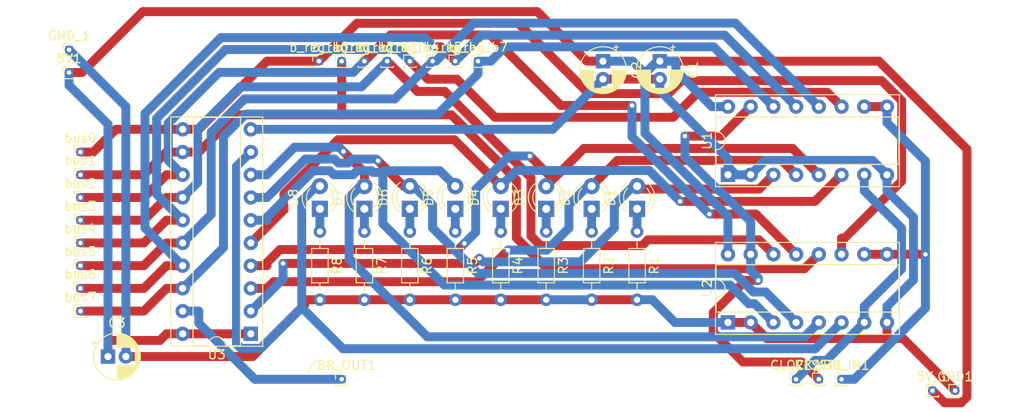
<source format=kicad_pcb>
(kicad_pcb (version 20221018) (generator pcbnew)
  (layers (0 "F.Cu" signal) (31 "B.Cu" signal) (34 "B.Paste" user) (35 "F.Paste" user) (36 "B.SilkS" user "B.Silkscreen") (37 "F.SilkS" user "F.Silkscreen") (38 "B.Mask" user) (39 "F.Mask" user) (44 "Edge.Cuts" user))
  (net 0 "")
  (net 1 "Net-(D5-K)")
  (net 2 "Net-(D4-K)")
  (net 3 "Net-(D3-K)")
  (net 4 "Net-(D2-K)")
  (net 5 "Net-(D1-K)")
  (net 6 "Net-(D8-K)")
  (net 7 "Net-(D7-K)")
  (net 8 "Net-(D6-K)")
  (net 9 "+5V")
  (net 10 "Net-(D1-A)")
  (net 11 "Net-(D2-A)")
  (net 12 "Net-(D3-A)")
  (net 13 "Net-(D4-A)")
  (net 14 "Net-(D5-A)")
  (net 15 "Net-(D6-A)")
  (net 16 "Net-(D7-A)")
  (net 17 "Net-(D8-A)")
  (net 18 "Net-(/BR_OUT1-Pin_1)")
  (net 19 "Net-(CLOCK1-Pin_1)")
  (net 20 "Net-(/BR_IN1-Pin_1)")
  (net 21 "Net-(RESET1-Pin_1)")
  (net 22 "b_reg_b0")
  (net 23 "b_reg_b1")
  (net 24 "b_reg_b2")
  (net 25 "b_reg_b3")
  (net 26 "b_reg_b4")
  (net 27 "b_reg_b5")
  (net 28 "b_reg_b6")
  (net 29 "b_reg_b7")
  (net 30 "Earth")
  (footprint "Connector_PinHeader_1.00mm:PinHeader_1x01_P1.00mm_Vertical" (layer "F.Cu") (at 146.05 78.74)
    (fp_text reference "b_reg_b7")
    (fp_text value "Conn_01x01_Female")
  )
  (footprint "Connector_PinHeader_1.00mm:PinHeader_1x01_P1.00mm_Vertical" (layer "F.Cu") (at 101.6 91.44)
    (fp_text reference "bus1")
    (fp_text value "Conn_01x01_Female")
  )
  (footprint "LED_THT:LED_D3.0mm" (layer "F.Cu") (at 143.51 95.25 90)
    (fp_text reference "D5")
    (fp_text value "LED")
  )
  (footprint "LED_THT:LED_D3.0mm" (layer "F.Cu") (at 133.35 95.25 90)
    (fp_text reference "D7")
    (fp_text value "LED")
  )
  (footprint "Connector_PinHeader_1.00mm:PinHeader_1x01_P1.00mm_Vertical" (layer "F.Cu") (at 140.97 78.74)
    (fp_text reference "b_reg_b5")
    (fp_text value "Conn_01x01_Female")
  )
  (footprint "Connector_PinHeader_1.00mm:PinHeader_1x01_P1.00mm_Vertical" (layer "F.Cu") (at 181.61 114.3)
    (fp_text reference "CLOCK1")
    (fp_text value "Conn_01x01_Female")
  )
  (footprint "Connector_PinHeader_1.00mm:PinHeader_1x01_P1.00mm_Vertical" (layer "F.Cu") (at 101.6 106.68)
    (fp_text reference "bus7")
    (fp_text value "Conn_01x01_Female")
  )
  (footprint "Connector_PinHeader_1.00mm:PinHeader_1x01_P1.00mm_Vertical" (layer "F.Cu") (at 101.6 104.14)
    (fp_text reference "bus6")
    (fp_text value "Conn_01x01_Female")
  )
  (footprint "Resistor_THT:R_Axial_DIN0204_L3.6mm_D1.6mm_P7.62mm_Horizontal" (layer "F.Cu") (at 138.43 97.79 -90)
    (fp_text reference "R6")
    (fp_text value "470")
  )
  (footprint "Connector_PinHeader_1.00mm:PinHeader_1x01_P1.00mm_Vertical" (layer "F.Cu") (at 135.89 78.74)
    (fp_text reference "b_reg_b3")
    (fp_text value "Conn_01x01_Female")
  )
  (footprint "Capacitor_THT:CP_Radial_D5.0mm_P2.00mm" (layer "F.Cu") (at 166.37 78.74 -90)
    (fp_text reference "C1")
    (fp_text value "100nF 63V poliester")
  )
  (footprint "Resistor_THT:R_Axial_DIN0204_L3.6mm_D1.6mm_P7.62mm_Horizontal" (layer "F.Cu") (at 153.67 97.79 -90)
    (fp_text reference "R3")
    (fp_text value "470")
  )
  (footprint "Package_DIP:DIP-20_W7.62mm_Socket" (layer "F.Cu") (at 120.65 109.22 180)
    (fp_text reference "U3")
    (fp_text value "74LS245")
  )
  (footprint "Connector_PinHeader_1.00mm:PinHeader_1x01_P1.00mm_Vertical" (layer "F.Cu") (at 101.6 99.06)
    (fp_text reference "bus4")
    (fp_text value "Conn_01x01_Female")
  )
  (footprint "Connector_PinHeader_1.00mm:PinHeader_1x01_P1.00mm_Vertical" (layer "F.Cu") (at 130.81 78.74)
    (fp_text reference "b_reg_b1")
    (fp_text value "Conn_01x01_Female")
  )
  (footprint "Resistor_THT:R_Axial_DIN0204_L3.6mm_D1.6mm_P7.62mm_Horizontal" (layer "F.Cu") (at 133.35 97.79 -90)
    (fp_text reference "R7")
    (fp_text value "470")
  )
  (footprint "Connector_PinHeader_1.00mm:PinHeader_1x01_P1.00mm_Vertical" (layer "F.Cu") (at 199.39 115.57)
    (fp_text reference "GND1")
    (fp_text value "Conn_01x01_Female")
  )
  (footprint "Resistor_THT:R_Axial_DIN0204_L3.6mm_D1.6mm_P7.62mm_Horizontal" (layer "F.Cu") (at 148.59 97.79 -90)
    (fp_text reference "R4")
    (fp_text value "470")
  )
  (footprint "Connector_PinHeader_1.00mm:PinHeader_1x01_P1.00mm_Vertical" (layer "F.Cu") (at 101.6 96.52)
    (fp_text reference "bus3")
    (fp_text value "Conn_01x01_Female")
  )
  (footprint "LED_THT:LED_D3.0mm" (layer "F.Cu") (at 163.83 95.25 90)
    (fp_text reference "D1")
    (fp_text value "LED")
  )
  (footprint "Capacitor_THT:CP_Radial_D5.0mm_P2.00mm" (layer "F.Cu") (at 104.68 111.76)
    (fp_text reference "C3")
    (fp_text value "100nF 63V poliester")
  )
  (footprint "Connector_PinHeader_1.00mm:PinHeader_1x01_P1.00mm_Vertical" (layer "F.Cu") (at 101.6 93.98)
    (fp_text reference "bus2")
    (fp_text value "Conn_01x01_Female")
  )
  (footprint "Resistor_THT:R_Axial_DIN0204_L3.6mm_D1.6mm_P7.62mm_Horizontal" (layer "F.Cu") (at 163.83 97.79 -90)
    (fp_text reference "R1")
    (fp_text value "470")
  )
  (footprint "Connector_PinHeader_1.00mm:PinHeader_1x01_P1.00mm_Vertical" (layer "F.Cu") (at 101.6 88.9)
    (fp_text reference "bus0")
    (fp_text value "Conn_01x01_Female")
  )
  (footprint "Connector_PinHeader_1.00mm:PinHeader_1x01_P1.00mm_Vertical" (layer "F.Cu") (at 130.81 114.3)
    (fp_text reference "/BR_OUT1")
    (fp_text value "Conn_01x01_Female")
  )
  (footprint "LED_THT:LED_D3.0mm" (layer "F.Cu") (at 138.43 95.25 90)
    (fp_text reference "D6")
    (fp_text value "LED")
  )
  (footprint "Connector_PinHeader_1.00mm:PinHeader_1x01_P1.00mm_Vertical" (layer "F.Cu") (at 133.35 78.74)
    (fp_text reference "b_reg_b2")
    (fp_text value "Conn_01x01_Female")
  )
  (footprint "Connector_PinHeader_1.00mm:PinHeader_1x01_P1.00mm_Vertical" (layer "F.Cu") (at 196.85 115.57)
    (fp_text reference "5V_1")
    (fp_text value "Conn_01x01_Female")
  )
  (footprint "Connector_PinHeader_1.00mm:PinHeader_1x01_P1.00mm_Vertical" (layer "F.Cu") (at 184.15 114.3)
    (fp_text reference "RESET1")
    (fp_text value "Conn_01x01_Female")
  )
  (footprint "Package_DIP:DIP-16_W7.62mm_Socket" (layer "F.Cu") (at 173.99 107.95 90)
    (fp_text reference "U2")
    (fp_text value "74LS173")
  )
  (footprint "LED_THT:LED_D3.0mm" (layer "F.Cu") (at 148.59 95.25 90)
    (fp_text reference "D4")
    (fp_text value "LED")
  )
  (footprint "Resistor_THT:R_Axial_DIN0204_L3.6mm_D1.6mm_P7.62mm_Horizontal" (layer "F.Cu") (at 128.3731 97.79 -90)
    (fp_text reference "R8")
    (fp_text value "470")
  )
  (footprint "Connector_PinHeader_1.00mm:PinHeader_1x01_P1.00mm_Vertical" (layer "F.Cu") (at 128.27 78.74)
    (fp_text reference "b_reg_b0")
    (fp_text value "Conn_01x01_Female")
  )
  (footprint "Package_DIP:DIP-16_W7.62mm_Socket" (layer "F.Cu") (at 173.99 91.44 90)
    (fp_text reference "U1")
    (fp_text value "74LS173")
  )
  (footprint "Resistor_THT:R_Axial_DIN0204_L3.6mm_D1.6mm_P7.62mm_Horizontal" (layer "F.Cu") (at 143.51 97.79 -90)
    (fp_text reference "R5")
    (fp_text value "470")
  )
  (footprint "Connector_PinHeader_1.00mm:PinHeader_1x01_P1.00mm_Vertical" (layer "F.Cu") (at 100.33 77.47)
    (fp_text reference "GND_1")
    (fp_text value "Conn_01x01_Female")
  )
  (footprint "Connector_PinHeader_1.00mm:PinHeader_1x01_P1.00mm_Vertical" (layer "F.Cu") (at 100.33 80.01)
    (fp_text reference "5V1")
    (fp_text value "Conn_01x01_Female")
  )
  (footprint "Connector_PinHeader_1.00mm:PinHeader_1x01_P1.00mm_Vertical" (layer "F.Cu") (at 138.43 78.74)
    (fp_text reference "b_reg_b4")
    (fp_text value "Conn_01x01_Female")
  )
  (footprint "LED_THT:LED_D3.0mm" (layer "F.Cu") (at 153.67 95.25 90)
    (fp_text reference "D3")
    (fp_text value "LED")
  )
  (footprint "Connector_PinHeader_1.00mm:PinHeader_1x01_P1.00mm_Vertical" (layer "F.Cu") (at 143.51 78.74)
    (fp_text reference "b_reg_b6")
    (fp_text value "Conn_01x01_Female")
  )
  (footprint "LED_THT:LED_D3.0mm" (layer "F.Cu") (at 128.3731 95.25 90)
    (fp_text reference "D8")
    (fp_text value "LED")
  )
  (footprint "LED_THT:LED_D3.0mm" (layer "F.Cu") (at 158.75 95.25 90)
    (fp_text reference "D2")
    (fp_text value "LED")
  )
  (footprint "Resistor_THT:R_Axial_DIN0204_L3.6mm_D1.6mm_P7.62mm_Horizontal" (layer "F.Cu") (at 158.75 97.79 -90)
    (fp_text reference "R2")
    (fp_text value "470")
  )
  (footprint "Capacitor_THT:CP_Radial_D5.0mm_P2.00mm" (layer "F.Cu") (at 160.02 78.74 -90)
    (fp_text reference "C2")
    (fp_text value "100nF 63V poliester")
  )
  (footprint "Connector_PinHeader_1.00mm:PinHeader_1x01_P1.00mm_Vertical" (layer "F.Cu") (at 101.6 101.6)
    (fp_text reference "bus5")
    (fp_text value "Conn_01x01_Female")
  )
  (footprint "Connector_PinHeader_1.00mm:PinHeader_1x01_P1.00mm_Vertical" (layer "F.Cu") (at 186.69 114.3)
    (fp_text reference "/BR_IN1")
    (fp_text value "Conn_01x01_Female")
  )
  (segment (start 143.51 97.79) (end 143.51 95.25) (width 1) (layer "B.Cu") (net 1))
  (segment (start 148.59 97.79) (end 148.59 95.25) (width 1) (layer "B.Cu") (net 2))
  (segment (start 153.67 97.79) (end 153.67 95.25) (width 1) (layer "B.Cu") (net 3))
  (segment (start 158.75 97.79) (end 158.75 95.25) (width 1) (layer "B.Cu") (net 4))
  (segment (start 163.83 97.79) (end 163.83 95.25) (width 1) (layer "B.Cu") (net 5))
  (segment (start 128.3731 97.79) (end 128.3731 95.25) (width 1) (layer "B.Cu") (net 6))
  (segment (start 133.35 97.79) (end 133.35 95.25) (width 1) (layer "B.Cu") (net 7))
  (segment (start 138.43 97.79) (end 138.43 95.25) (width 1) (layer "B.Cu") (net 8))
  (segment (start 110.49 109.96) (end 111.23 109.22) (width 1) (layer "F.Cu") (net 9))
  (segment (start 190.8686 78.74) (end 200.7103 88.5817) (width 1) (layer "F.Cu") (net 9))
  (segment (start 158.22 78.74) (end 152.6814 73.2014) (width 1) (layer "F.Cu") (net 9))
  (segment (start 104.68 109.96) (end 110.49 109.96) (width 1) (layer "F.Cu") (net 9))
  (segment (start 100.33 80.01) (end 101.755 80.01) (width 1) (layer "F.Cu") (net 9))
  (segment (start 198.206 116.926) (end 196.85 115.57) (width 1) (layer "F.Cu") (net 9))
  (segment (start 120.65 109.22) (end 113.03 109.22) (width 1) (layer "F.Cu") (net 9))
  (segment (start 200.7103 116.2748) (end 200.0591 116.926) (width 1) (layer "F.Cu") (net 9))
  (segment (start 108.5636 73.2014) (end 101.755 80.01) (width 1) (layer "F.Cu") (net 9))
  (segment (start 166.37 78.74) (end 190.8686 78.74) (width 1) (layer "F.Cu") (net 9))
  (segment (start 200.0591 116.926) (end 198.206 116.926) (width 1) (layer "F.Cu") (net 9))
  (segment (start 200.7103 88.5817) (end 200.7103 116.2748) (width 1) (layer "F.Cu") (net 9))
  (segment (start 152.6814 73.2014) (end 108.5636 73.2014) (width 1) (layer "F.Cu") (net 9))
  (segment (start 160.02 78.74) (end 158.22 78.74) (width 1) (layer "F.Cu") (net 9))
  (segment (start 104.68 111.76) (end 104.68 109.96) (width 1) (layer "F.Cu") (net 9))
  (segment (start 113.03 109.22) (end 111.23 109.22) (width 1) (layer "F.Cu") (net 9))
  (segment (start 166.37 78.74) (end 168.17 78.74) (width 1) (layer "B.Cu") (net 9))
  (segment (start 173.99 98.53) (end 173.99 96.0717) (width 1) (layer "B.Cu") (net 9))
  (segment (start 164.7102 80.116) (end 163.3342 78.74) (width 1) (layer "B.Cu") (net 9))
  (segment (start 173.99 83.82) (end 172.19 83.82) (width 1) (layer "B.Cu") (net 9))
  (segment (start 164.7102 86.792) (end 164.7102 80.116) (width 1) (layer "B.Cu") (net 9))
  (segment (start 164.7102 80.116) (end 166.0862 78.74) (width 1) (layer "B.Cu") (net 9))
  (segment (start 173.9899 96.0717) (end 164.7102 86.792) (width 1) (layer "B.Cu") (net 9))
  (segment (start 104.68 85.785) (end 104.68 111.76) (width 1) (layer "B.Cu") (net 9))
  (segment (start 168.17 79.8) (end 172.19 83.82) (width 1) (layer "B.Cu") (net 9))
  (segment (start 166.0862 78.74) (end 166.37 78.74) (width 1) (layer "B.Cu") (net 9))
  (segment (start 100.33 81.435) (end 104.68 85.785) (width 1) (layer "B.Cu") (net 9))
  (segment (start 168.17 78.74) (end 168.17 79.8) (width 1) (layer "B.Cu") (net 9))
  (segment (start 173.99 100.33) (end 173.99 98.53) (width 1) (layer "B.Cu") (net 9))
  (segment (start 163.3342 78.74) (end 160.02 78.74) (width 1) (layer "B.Cu") (net 9))
  (segment (start 173.99 96.0717) (end 173.9899 96.0717) (width 1) (layer "B.Cu") (net 9))
  (segment (start 100.33 80.01) (end 100.33 81.435) (width 1) (layer "B.Cu") (net 9))
  (segment (start 164.1619 93.0419) (end 163.83 92.71) (width 1) (layer "F.Cu") (net 10))
  (segment (start 179.07 91.44) (end 177.4681 93.0419) (width 1) (layer "F.Cu") (net 10))
  (segment (start 145.6304 101.3504) (end 146.2034 100.7774) (width 1) (layer "F.Cu") (net 10))
  (segment (start 177.4681 93.0419) (end 164.1619 93.0419) (width 1) (layer "F.Cu") (net 10))
  (segment (start 124.2545 101.3504) (end 145.6304 101.3504) (width 1) (layer "F.Cu") (net 10))
  (via (at 146.2034 100.7774) (size 1) (drill 0.5) (layers "F.Cu" "B.Cu") (net 10))
  (via (at 124.2545 101.3504) (size 1) (drill 0.5) (layers "F.Cu" "B.Cu") (net 10))
  (segment (start 124.2545 101.3504) (end 124.2545 103.0755) (width 1) (layer "B.Cu") (net 10))
  (segment (start 146.5937 101.1677) (end 146.2034 100.7774) (width 1) (layer "B.Cu") (net 10))
  (segment (start 161.29 94.8249) (end 161.29 97.3852) (width 1) (layer "B.Cu") (net 10))
  (segment (start 124.2545 103.0755) (end 120.65 106.68) (width 1) (layer "B.Cu") (net 10))
  (segment (start 157.5075 101.1677) (end 146.5937 101.1677) (width 1) (layer "B.Cu") (net 10))
  (segment (start 163.83 92.71) (end 163.4049 92.71) (width 1) (layer "B.Cu") (net 10))
  (segment (start 163.4049 92.71) (end 161.29 94.8249) (width 1) (layer "B.Cu") (net 10))
  (segment (start 161.29 97.3852) (end 157.5075 101.1677) (width 1) (layer "B.Cu") (net 10))
  (segment (start 120.65 104.14) (end 122.45 104.14) (width 1) (layer "F.Cu") (net 11))
  (segment (start 180.0081 89.8381) (end 161.6219 89.8381) (width 1) (layer "F.Cu") (net 11))
  (segment (start 145.8808 103.3943) (end 149.4093 99.8658) (width 1) (layer "F.Cu") (net 11))
  (segment (start 123.1957 103.3943) (end 145.8808 103.3943) (width 1) (layer "F.Cu") (net 11))
  (segment (start 161.6219 89.8381) (end 158.75 92.71) (width 1) (layer "F.Cu") (net 11))
  (segment (start 122.45 104.14) (end 123.1957 103.3943) (width 1) (layer "F.Cu") (net 11))
  (segment (start 181.61 91.44) (end 180.0081 89.8381) (width 1) (layer "F.Cu") (net 11))
  (via (at 149.4093 99.8658) (size 1) (drill 0.5) (layers "F.Cu" "B.Cu") (net 11))
  (segment (start 153.7376 99.8658) (end 149.4093 99.8658) (width 1) (layer "B.Cu") (net 11))
  (segment (start 158.3249 92.71) (end 156.21 94.8249) (width 1) (layer "B.Cu") (net 11))
  (segment (start 158.75 92.71) (end 158.3249 92.71) (width 1) (layer "B.Cu") (net 11))
  (segment (start 156.21 94.8249) (end 156.21 97.3934) (width 1) (layer "B.Cu") (net 11))
  (segment (start 156.21 97.3934) (end 153.7376 99.8658) (width 1) (layer "B.Cu") (net 11))
  (segment (start 122.45 101.6) (end 122.45 101.2624) (width 1) (layer "F.Cu") (net 12))
  (segment (start 157.8797 88.5003) (end 154.4401 91.9399) (width 1) (layer "F.Cu") (net 12))
  (segment (start 184.15 91.44) (end 181.2103 88.5003) (width 1) (layer "F.Cu") (net 12))
  (segment (start 181.2103 88.5003) (end 157.8797 88.5003) (width 1) (layer "F.Cu") (net 12))
  (segment (start 123.9124 99.8) (end 143.8468 99.8) (width 1) (layer "F.Cu") (net 12))
  (segment (start 122.45 101.2624) (end 123.9124 99.8) (width 1) (layer "F.Cu") (net 12))
  (segment (start 154.4401 91.9399) (end 151.8468 89.3466) (width 1) (layer "F.Cu") (net 12))
  (segment (start 154.4401 91.9399) (end 153.67 92.71) (width 1) (layer "F.Cu") (net 12))
  (segment (start 143.8468 99.8) (end 144.5364 99.1104) (width 1) (layer "F.Cu") (net 12))
  (segment (start 120.65 101.6) (end 122.45 101.6) (width 1) (layer "F.Cu") (net 12))
  (via (at 144.5364 99.1104) (size 1) (drill 0.5) (layers "F.Cu" "B.Cu") (net 12))
  (via (at 151.8468 89.3466) (size 1) (drill 0.5) (layers "F.Cu" "B.Cu") (net 12))
  (segment (start 145.7884 97.8584) (end 144.5364 99.1104) (width 1) (layer "B.Cu") (net 12))
  (segment (start 145.7884 93.0806) (end 145.7884 97.8584) (width 1) (layer "B.Cu") (net 12))
  (segment (start 149.5224 89.3466) (end 145.7884 93.0806) (width 1) (layer "B.Cu") (net 12))
  (segment (start 151.8468 89.3466) (end 149.5224 89.3466) (width 1) (layer "B.Cu") (net 12))
  (segment (start 183.7149 94.4151) (end 168.6354 94.4151) (width 1) (layer "F.Cu") (net 13))
  (segment (start 148.59 92.71) (end 143.401 87.521) (width 1) (layer "F.Cu") (net 13))
  (segment (start 124.3592 93.5658) (end 124.3592 95.3508) (width 1) (layer "F.Cu") (net 13))
  (segment (start 124.3592 95.3508) (end 120.65 99.06) (width 1) (layer "F.Cu") (net 13))
  (segment (start 130.404 87.521) (end 124.3592 93.5658) (width 1) (layer "F.Cu") (net 13))
  (segment (start 186.69 91.44) (end 183.7149 94.4151) (width 1) (layer "F.Cu") (net 13))
  (segment (start 143.401 87.521) (end 130.404 87.521) (width 1) (layer "F.Cu") (net 13))
  (via (at 168.6354 94.4151) (size 1) (drill 0.5) (layers "F.Cu" "B.Cu") (net 13))
  (segment (start 168.6354 94.4151) (end 165.1796 90.9593) (width 1) (layer "B.Cu") (net 13))
  (segment (start 150.3407 90.9593) (end 148.59 92.71) (width 1) (layer "B.Cu") (net 13))
  (segment (start 165.1796 90.9593) (end 150.3407 90.9593) (width 1) (layer "B.Cu") (net 13))
  (segment (start 132.0726 91.4324) (end 132.5191 90.9859) (width 1) (layer "B.Cu") (net 14))
  (segment (start 176.9707 105.8507) (end 179.07 107.95) (width 1) (layer "B.Cu") (net 14))
  (segment (start 134.144 90.9859) (end 134.33 91.1719) (width 1) (layer "B.Cu") (net 14))
  (segment (start 127.6445 90.9859) (end 129.4688 90.9859) (width 1) (layer "B.Cu") (net 14))
  (segment (start 174.226 103.7715) (end 176.3052 105.8507) (width 1) (layer "B.Cu") (net 14))
  (segment (start 129.4688 90.9859) (end 129.9153 91.4324) (width 1) (layer "B.Cu") (net 14))
  (segment (start 176.3052 105.8507) (end 176.9707 105.8507) (width 1) (layer "B.Cu") (net 14))
  (segment (start 120.65 96.52) (end 122.45 96.52) (width 1) (layer "B.Cu") (net 14))
  (segment (start 142.2763 103.7715) (end 174.226 103.7715) (width 1) (layer "B.Cu") (net 14))
  (segment (start 135.5961 90.9844) (end 141.7844 90.9844) (width 1) (layer "B.Cu") (net 14))
  (segment (start 135.4086 91.1719) (end 135.4086 96.9038) (width 1) (layer "B.Cu") (net 14))
  (segment (start 129.9153 91.4324) (end 132.0726 91.4324) (width 1) (layer "B.Cu") (net 14))
  (segment (start 122.45 96.1804) (end 127.6445 90.9859) (width 1) (layer "B.Cu") (net 14))
  (segment (start 135.4086 96.9038) (end 142.2763 103.7715) (width 1) (layer "B.Cu") (net 14))
  (segment (start 141.7844 90.9844) (end 143.51 92.71) (width 1) (layer "B.Cu") (net 14))
  (segment (start 134.33 91.1719) (end 135.4086 91.1719) (width 1) (layer "B.Cu") (net 14))
  (segment (start 122.45 96.52) (end 122.45 96.1804) (width 1) (layer "B.Cu") (net 14))
  (segment (start 132.5191 90.9859) (end 134.144 90.9859) (width 1) (layer "B.Cu") (net 14))
  (segment (start 135.4086 91.1719) (end 135.5961 90.9844) (width 1) (layer "B.Cu") (net 14))
  (segment (start 134.8693 89.87) (end 137.7093 92.71) (width 1) (layer "F.Cu") (net 15))
  (segment (start 137.7093 92.71) (end 138.43 92.71) (width 1) (layer "F.Cu") (net 15))
  (via (at 134.8693 89.87) (size 1) (drill 0.5) (layers "F.Cu" "B.Cu") (net 15))
  (segment (start 130.4546 90.1305) (end 131.5333 90.1305) (width 1) (layer "B.Cu") (net 15))
  (segment (start 138.43 92.71) (end 138.8551 92.71) (width 1) (layer "B.Cu") (net 15))
  (segment (start 146.0544 102.4696) (end 174.7653 102.4696) (width 1) (layer "B.Cu") (net 15))
  (segment (start 134.6833 89.684) (end 134.8693 89.87) (width 1) (layer "B.Cu") (net 15))
  (segment (start 138.8551 92.71) (end 140.97 94.8249) (width 1) (layer "B.Cu") (net 15))
  (segment (start 126.746 89.684) (end 130.0081 89.684) (width 1) (layer "B.Cu") (net 15))
  (segment (start 131.9798 89.684) (end 134.6833 89.684) (width 1) (layer "B.Cu") (net 15))
  (segment (start 122.45 93.98) (end 126.746 89.684) (width 1) (layer "B.Cu") (net 15))
  (segment (start 174.7653 102.4696) (end 176.8445 104.5488) (width 1) (layer "B.Cu") (net 15))
  (segment (start 140.97 97.3852) (end 146.0544 102.4696) (width 1) (layer "B.Cu") (net 15))
  (segment (start 176.8445 104.5488) (end 178.2088 104.5488) (width 1) (layer "B.Cu") (net 15))
  (segment (start 120.65 93.98) (end 122.45 93.98) (width 1) (layer "B.Cu") (net 15))
  (segment (start 131.5333 90.1305) (end 131.9798 89.684) (width 1) (layer "B.Cu") (net 15))
  (segment (start 130.0081 89.684) (end 130.4546 90.1305) (width 1) (layer "B.Cu") (net 15))
  (segment (start 140.97 94.8249) (end 140.97 97.3852) (width 1) (layer "B.Cu") (net 15))
  (segment (start 178.2088 104.5488) (end 181.61 107.95) (width 1) (layer "B.Cu") (net 15))
  (segment (start 133.35 91.1847) (end 130.9939 88.8286) (width 1) (layer "F.Cu") (net 16))
  (segment (start 133.35 92.71) (end 133.35 91.1847) (width 1) (layer "F.Cu") (net 16))
  (via (at 130.9939 88.8286) (size 1) (drill 0.5) (layers "F.Cu" "B.Cu") (net 16))
  (segment (start 132.9026 92.71) (end 133.35 92.71) (width 1) (layer "B.Cu") (net 16))
  (segment (start 182.5481 109.5519) (end 140.3812 109.5519) (width 1) (layer "B.Cu") (net 16))
  (segment (start 184.15 107.95) (end 182.5481 109.5519) (width 1) (layer "B.Cu") (net 16))
  (segment (start 131.6442 93.9684) (end 132.9026 92.71) (width 1) (layer "B.Cu") (net 16))
  (segment (start 140.3812 109.5519) (end 131.6442 100.8149) (width 1) (layer "B.Cu") (net 16))
  (segment (start 130.9939 88.8286) (end 130.5282 88.3629) (width 1) (layer "B.Cu") (net 16))
  (segment (start 131.6442 100.8149) (end 131.6442 93.9684) (width 1) (layer "B.Cu") (net 16))
  (segment (start 130.5282 88.3629) (end 125.5271 88.3629) (width 1) (layer "B.Cu") (net 16))
  (segment (start 125.5271 88.3629) (end 122.45 91.44) (width 1) (layer "B.Cu") (net 16))
  (segment (start 120.65 91.44) (end 122.45 91.44) (width 1) (layer "B.Cu") (net 16))
  (segment (start 183.7551 110.8849) (end 130.9416 110.8849) (width 1) (layer "B.Cu") (net 17))
  (segment (start 121.7658 110.8525) (end 126.3375 106.2808) (width 1) (layer "B.Cu") (net 17))
  (segment (start 186.69 107.95) (end 183.7551 110.8849) (width 1) (layer "B.Cu") (net 17))
  (segment (start 130.9416 110.8849) (end 126.3375 106.2808) (width 1) (layer "B.Cu") (net 17))
  (segment (start 127.979 92.71) (end 128.3731 92.71) (width 1) (layer "B.Cu") (net 17))
  (segment (start 120.65 88.9) (end 119.047 90.503) (width 1) (layer "B.Cu") (net 17))
  (segment (start 126.3375 106.2808) (end 126.3375 94.3515) (width 1) (layer "B.Cu") (net 17))
  (segment (start 119.047 110.3517) (end 119.5478 110.8525) (width 1) (layer "B.Cu") (net 17))
  (segment (start 119.5478 110.8525) (end 121.7658 110.8525) (width 1) (layer "B.Cu") (net 17))
  (segment (start 126.3375 94.3515) (end 127.979 92.71) (width 1) (layer "B.Cu") (net 17))
  (segment (start 119.047 90.503) (end 119.047 110.3517) (width 1) (layer "B.Cu") (net 17))
  (segment (start 114.83 106.68) (end 114.83 108.03) (width 1) (layer "B.Cu") (net 18))
  (segment (start 113.03 106.68) (end 114.83 106.68) (width 1) (layer "B.Cu") (net 18))
  (segment (start 121.1 114.3) (end 130.81 114.3) (width 1) (layer "B.Cu") (net 18))
  (segment (start 114.83 108.03) (end 121.1 114.3) (width 1) (layer "B.Cu") (net 18))
  (segment (start 193.3993 97.4093) (end 193.3993 101.9807) (width 1) (layer "B.Cu") (net 19))
  (segment (start 183.7232 112.1868) (end 181.61 114.3) (width 1) (layer "B.Cu") (net 19))
  (segment (start 189.23 107.95) (end 184.9932 112.1868) (width 1) (layer "B.Cu") (net 19))
  (segment (start 189.23 107.3518) (end 189.23 107.95) (width 1) (layer "B.Cu") (net 19))
  (segment (start 193.3993 101.9807) (end 189.23 106.15) (width 1) (layer "B.Cu") (net 19))
  (segment (start 189.23 107.3518) (end 189.23 106.15) (width 1) (layer "B.Cu") (net 19))
  (segment (start 189.23 91.44) (end 189.23 93.24) (width 1) (layer "B.Cu") (net 19))
  (segment (start 184.9932 112.1868) (end 183.7232 112.1868) (width 1) (layer "B.Cu") (net 19))
  (segment (start 189.23 93.24) (end 193.3993 97.4093) (width 1) (layer "B.Cu") (net 19))
  (segment (start 189.23 100.33) (end 191.77 100.33) (width 1) (layer "F.Cu") (net 20))
  (segment (start 191.77 100.33) (end 196.0652 100.33) (width 1) (layer "F.Cu") (net 20))
  (segment (start 191.77 83.82) (end 189.23 83.82) (width 1) (layer "F.Cu") (net 20))
  (via (at 196.0652 100.33) (size 1) (drill 0.5) (layers "F.Cu" "B.Cu") (net 20))
  (segment (start 188.115 114.3) (end 196.0652 106.3498) (width 1) (layer "B.Cu") (net 20))
  (segment (start 191.77 85.62) (end 196.0652 89.9152) (width 1) (layer "B.Cu") (net 20))
  (segment (start 196.0652 106.3498) (end 196.0652 100.33) (width 1) (layer "B.Cu") (net 20))
  (segment (start 186.69 114.3) (end 188.115 114.3) (width 1) (layer "B.Cu") (net 20))
  (segment (start 196.0652 89.9152) (end 196.0652 100.33) (width 1) (layer "B.Cu") (net 20))
  (segment (start 191.77 83.82) (end 191.77 85.62) (width 1) (layer "B.Cu") (net 20))
  (segment (start 182.215 112.365) (end 184.15 114.3) (width 1) (layer "F.Cu") (net 21))
  (segment (start 176.53 83.82) (end 173.2309 87.1191) (width 1) (layer "F.Cu") (net 21))
  (segment (start 172.354 109.0659) (end 175.6531 112.365) (width 1) (layer "F.Cu") (net 21))
  (segment (start 172.354 106.8492) (end 172.354 109.0659) (width 1) (layer "F.Cu") (net 21))
  (segment (start 177.3795 103.2426) (end 175.9606 103.2426) (width 1) (layer "F.Cu") (net 21))
  (segment (start 175.6531 112.365) (end 182.215 112.365) (width 1) (layer "F.Cu") (net 21))
  (segment (start 173.2309 87.1191) (end 169.182 87.1191) (width 1) (layer "F.Cu") (net 21))
  (segment (start 175.9606 103.2426) (end 172.354 106.8492) (width 1) (layer "F.Cu") (net 21))
  (via (at 169.182 87.1191) (size 1) (drill 0.5) (layers "F.Cu" "B.Cu") (net 21))
  (via (at 177.3795 103.2426) (size 1) (drill 0.5) (layers "F.Cu" "B.Cu") (net 21))
  (segment (start 169.182 89.4227) (end 169.182 87.1191) (width 1) (layer "B.Cu") (net 21))
  (segment (start 177.3795 102.9795) (end 177.3795 103.2426) (width 1) (layer "B.Cu") (net 21))
  (segment (start 176.53 99.43) (end 176.53 98.53) (width 1) (layer "B.Cu") (net 21))
  (segment (start 172.9896 93.2303) (end 169.182 89.4227) (width 1) (layer "B.Cu") (net 21))
  (segment (start 176.53 102.13) (end 177.3795 102.9795) (width 1) (layer "B.Cu") (net 21))
  (segment (start 176.53 96.6662) (end 173.0941 93.2303) (width 1) (layer "B.Cu") (net 21))
  (segment (start 173.0941 93.2303) (end 172.9896 93.2303) (width 1) (layer "B.Cu") (net 21))
  (segment (start 176.53 98.53) (end 176.53 96.6662) (width 1) (layer "B.Cu") (net 21))
  (segment (start 176.53 99.43) (end 176.53 100.33) (width 1) (layer "B.Cu") (net 21))
  (segment (start 176.53 100.33) (end 176.53 102.13) (width 1) (layer "B.Cu") (net 21))
  (segment (start 132.5051 74.5049) (end 128.27 78.74) (width 1) (layer "F.Cu") (net 22))
  (segment (start 193.4126 92.1449) (end 193.4126 83.1584) (width 1) (layer "F.Cu") (net 22))
  (segment (start 191.1671 80.9129) (end 168.7932 80.9129) (width 1) (layer "F.Cu") (net 22))
  (segment (start 186.69 98.53) (end 187.0275 98.53) (width 1) (layer "F.Cu") (net 22))
  (segment (start 193.4126 83.1584) (end 191.1671 80.9129) (width 1) (layer "F.Cu") (net 22))
  (segment (start 105.565 86.36) (end 113.03 86.36) (width 1) (layer "F.Cu") (net 22))
  (segment (start 187.0275 98.53) (end 193.4126 92.1449) (width 1) (layer "F.Cu") (net 22))
  (segment (start 150.5592 74.5049) (end 132.5051 74.5049) (width 1) (layer "F.Cu") (net 22))
  (segment (start 168.7932 80.9129) (end 167.3408 82.3653) (width 1) (layer "F.Cu") (net 22))
  (segment (start 113.03 86.36) (end 114.83 86.36) (width 1) (layer "F.Cu") (net 22))
  (segment (start 167.3408 82.3653) (end 158.4196 82.3653) (width 1) (layer "F.Cu") (net 22))
  (segment (start 128.27 78.74) (end 122.45 78.74) (width 1) (layer "F.Cu") (net 22))
  (segment (start 122.45 78.74) (end 114.83 86.36) (width 1) (layer "F.Cu") (net 22))
  (segment (start 101.6 88.9) (end 103.025 88.9) (width 1) (layer "F.Cu") (net 22))
  (segment (start 158.4196 82.3653) (end 150.5592 74.5049) (width 1) (layer "F.Cu") (net 22))
  (segment (start 103.025 88.9) (end 105.565 86.36) (width 1) (layer "F.Cu") (net 22))
  (segment (start 186.69 100.33) (end 186.69 98.53) (width 1) (layer "F.Cu") (net 22))
  (segment (start 153.7858 101.9407) (end 150.3455 98.5004) (width 1) (layer "F.Cu") (net 23))
  (segment (start 182.5393 101.9407) (end 153.7858 101.9407) (width 1) (layer "F.Cu") (net 23))
  (segment (start 184.15 100.33) (end 182.5393 101.9407) (width 1) (layer "F.Cu") (net 23))
  (segment (start 130.81 84.738) (end 130.81 78.74) (width 1) (layer "F.Cu") (net 23))
  (segment (start 150.3455 92.0164) (end 143.0671 84.738) (width 1) (layer "F.Cu") (net 23))
  (segment (start 150.3455 98.5004) (end 150.3455 92.0164) (width 1) (layer "F.Cu") (net 23))
  (segment (start 111.23 88.9) (end 108.69 91.44) (width 1) (layer "F.Cu") (net 23))
  (segment (start 114.83 88.9) (end 118.992 84.738) (width 1) (layer "F.Cu") (net 23))
  (segment (start 143.0671 84.738) (end 130.81 84.738) (width 1) (layer "F.Cu") (net 23))
  (segment (start 108.69 91.44) (end 101.6 91.44) (width 1) (layer "F.Cu") (net 23))
  (segment (start 118.992 84.738) (end 130.81 84.738) (width 1) (layer "F.Cu") (net 23))
  (segment (start 113.03 88.9) (end 114.83 88.9) (width 1) (layer "F.Cu") (net 23))
  (segment (start 113.03 88.9) (end 111.23 88.9) (width 1) (layer "F.Cu") (net 23))
  (segment (start 155.3054 83.6907) (end 163.269 83.6907) (width 1) (layer "F.Cu") (net 24))
  (segment (start 133.35 78.74) (end 136.2818 75.8082) (width 1) (layer "F.Cu") (net 24))
  (segment (start 113.03 91.44) (end 111.23 91.44) (width 1) (layer "F.Cu") (net 24))
  (segment (start 108.69 93.98) (end 101.6 93.98) (width 1) (layer "F.Cu") (net 24))
  (segment (start 111.23 91.44) (end 108.69 93.98) (width 1) (layer "F.Cu") (net 24))
  (segment (start 177.1141 95.8341) (end 171.9111 95.8341) (width 1) (layer "F.Cu") (net 24))
  (segment (start 181.61 100.33) (end 177.1141 95.8341) (width 1) (layer "F.Cu") (net 24))
  (segment (start 147.4229 75.8082) (end 155.3054 83.6907) (width 1) (layer "F.Cu") (net 24))
  (segment (start 136.2818 75.8082) (end 147.4229 75.8082) (width 1) (layer "F.Cu") (net 24))
  (via (at 171.9111 95.8341) (size 1) (drill 0.5) (layers "F.Cu" "B.Cu") (net 24))
  (via (at 163.269 83.6907) (size 1) (drill 0.5) (layers "F.Cu" "B.Cu") (net 24))
  (segment (start 111.4209 89.8309) (end 111.4209 85.675) (width 1) (layer "B.Cu") (net 24))
  (segment (start 111.4209 85.675) (end 117.1061 79.9898) (width 1) (layer "B.Cu") (net 24))
  (segment (start 113.03 91.44) (end 111.4209 89.8309) (width 1) (layer "B.Cu") (net 24))
  (segment (start 171.9111 95.8341) (end 163.269 87.192) (width 1) (layer "B.Cu") (net 24))
  (segment (start 117.1061 79.9898) (end 132.1002 79.9898) (width 1) (layer "B.Cu") (net 24))
  (segment (start 132.1002 79.9898) (end 133.35 78.74) (width 1) (layer "B.Cu") (net 24))
  (segment (start 163.269 87.192) (end 163.269 83.6907) (width 1) (layer "B.Cu") (net 24))
  (segment (start 142.32 82.1237) (end 151.9681 91.7718) (width 1) (layer "F.Cu") (net 25))
  (segment (start 108.69 96.52) (end 101.6 96.52) (width 1) (layer "F.Cu") (net 25))
  (segment (start 165.0314 98.7127) (end 177.4527 98.7127) (width 1) (layer "F.Cu") (net 25))
  (segment (start 113.03 93.98) (end 111.23 93.98) (width 1) (layer "F.Cu") (net 25))
  (segment (start 177.4527 98.7127) (end 179.07 100.33) (width 1) (layer "F.Cu") (net 25))
  (segment (start 111.23 93.98) (end 108.69 96.52) (width 1) (layer "F.Cu") (net 25))
  (segment (start 151.9681 91.7718) (end 151.9681 98.2818) (width 1) (layer "F.Cu") (net 25))
  (segment (start 164.3864 99.3577) (end 165.0314 98.7127) (width 1) (layer "F.Cu") (net 25))
  (segment (start 139.2737 82.1237) (end 142.32 82.1237) (width 1) (layer "F.Cu") (net 25))
  (segment (start 151.9681 98.2818) (end 153.044 99.3577) (width 1) (layer "F.Cu") (net 25))
  (segment (start 135.89 78.74) (end 139.2737 82.1237) (width 1) (layer "F.Cu") (net 25))
  (segment (start 153.044 99.3577) (end 164.3864 99.3577) (width 1) (layer "F.Cu") (net 25))
  (segment (start 119.4562 81.6054) (end 133.0246 81.6054) (width 1) (layer "B.Cu") (net 25))
  (segment (start 113.03 93.98) (end 114.7043 92.3057) (width 1) (layer "B.Cu") (net 25))
  (segment (start 133.0246 81.6054) (end 135.89 78.74) (width 1) (layer "B.Cu") (net 25))
  (segment (start 114.7043 86.3573) (end 119.4562 81.6054) (width 1) (layer "B.Cu") (net 25))
  (segment (start 114.7043 92.3057) (end 114.7043 86.3573) (width 1) (layer "B.Cu") (net 25))
  (segment (start 170.6555 82.2172) (end 167.8586 85.0141) (width 1) (layer "F.Cu") (net 26))
  (segment (start 147.945 85.0141) (end 143.6864 80.7555) (width 1) (layer "F.Cu") (net 26))
  (segment (start 186.69 83.82) (end 185.0872 82.2172) (width 1) (layer "F.Cu") (net 26))
  (segment (start 143.6864 80.7555) (end 140.4455 80.7555) (width 1) (layer "F.Cu") (net 26))
  (segment (start 111.23 96.52) (end 108.69 99.06) (width 1) (layer "F.Cu") (net 26))
  (segment (start 167.8586 85.0141) (end 147.945 85.0141) (width 1) (layer "F.Cu") (net 26))
  (segment (start 140.4455 80.7555) (end 138.43 78.74) (width 1) (layer "F.Cu") (net 26))
  (segment (start 108.69 99.06) (end 101.6 99.06) (width 1) (layer "F.Cu") (net 26))
  (segment (start 113.03 96.52) (end 111.23 96.52) (width 1) (layer "F.Cu") (net 26))
  (segment (start 185.0872 82.2172) (end 170.6555 82.2172) (width 1) (layer "F.Cu") (net 26))
  (segment (start 110.119 85.1357) (end 110.119 93.609) (width 1) (layer "B.Cu") (net 26))
  (segment (start 117.8166 77.4381) (end 110.119 85.1357) (width 1) (layer "B.Cu") (net 26))
  (segment (start 110.119 93.609) (end 113.03 96.52) (width 1) (layer "B.Cu") (net 26))
  (segment (start 138.43 78.74) (end 137.1281 77.4381) (width 1) (layer "B.Cu") (net 26))
  (segment (start 137.1281 77.4381) (end 117.8166 77.4381) (width 1) (layer "B.Cu") (net 26))
  (segment (start 113.03 99.06) (end 111.23 99.06) (width 1) (layer "F.Cu") (net 27))
  (segment (start 108.69 101.6) (end 101.6 101.6) (width 1) (layer "F.Cu") (net 27))
  (segment (start 111.23 99.06) (end 108.69 101.6) (width 1) (layer "F.Cu") (net 27))
  (segment (start 141.3423 78.74) (end 140.97 78.74) (width 1) (layer "B.Cu") (net 27))
  (segment (start 174.8154 74.4854) (end 145.5969 74.4854) (width 1) (layer "B.Cu") (net 27))
  (segment (start 119.9463 82.9565) (end 136.7535 82.9565) (width 1) (layer "B.Cu") (net 27))
  (segment (start 113.03 99.06) (end 116.2195 95.8705) (width 1) (layer "B.Cu") (net 27))
  (segment (start 116.2195 95.8705) (end 116.2195 86.6833) (width 1) (layer "B.Cu") (net 27))
  (segment (start 184.15 83.82) (end 174.8154 74.4854) (width 1) (layer "B.Cu") (net 27))
  (segment (start 145.5969 74.4854) (end 141.3423 78.74) (width 1) (layer "B.Cu") (net 27))
  (segment (start 136.7535 82.9565) (end 140.97 78.74) (width 1) (layer "B.Cu") (net 27))
  (segment (start 116.2195 86.6833) (end 119.9463 82.9565) (width 1) (layer "B.Cu") (net 27))
  (segment (start 141.9018 77.1318) (end 143.51 78.74) (width 1) (layer "F.Cu") (net 28))
  (segment (start 111.23 101.6) (end 108.69 104.14) (width 1) (layer "F.Cu") (net 28))
  (segment (start 108.69 104.14) (end 101.6 104.14) (width 1) (layer "F.Cu") (net 28))
  (segment (start 141.1093 77.1318) (end 141.9018 77.1318) (width 1) (layer "F.Cu") (net 28))
  (segment (start 113.03 101.6) (end 111.23 101.6) (width 1) (layer "F.Cu") (net 28))
  (via (at 141.1093 77.1318) (size 1) (drill 0.5) (layers "F.Cu" "B.Cu") (net 28))
  (segment (start 108.8171 97.3871) (end 113.03 101.6) (width 1) (layer "B.Cu") (net 28))
  (segment (start 108.8171 84.5964) (end 108.8171 97.3871) (width 1) (layer "B.Cu") (net 28))
  (segment (start 173.6262 75.8362) (end 146.4138 75.8362) (width 1) (layer "B.Cu") (net 28))
  (segment (start 140.0826 76.1051) (end 117.3084 76.1051) (width 1) (layer "B.Cu") (net 28))
  (segment (start 146.4138 75.8362) (end 143.51 78.74) (width 1) (layer "B.Cu") (net 28))
  (segment (start 141.1093 77.1318) (end 140.0826 76.1051) (width 1) (layer "B.Cu") (net 28))
  (segment (start 117.3084 76.1051) (end 108.8171 84.5964) (width 1) (layer "B.Cu") (net 28))
  (segment (start 181.61 83.82) (end 173.6262 75.8362) (width 1) (layer "B.Cu") (net 28))
  (segment (start 113.03 104.14) (end 111.23 104.14) (width 1) (layer "F.Cu") (net 29))
  (segment (start 108.69 106.68) (end 101.6 106.68) (width 1) (layer "F.Cu") (net 29))
  (segment (start 111.23 104.14) (end 108.69 106.68) (width 1) (layer "F.Cu") (net 29))
  (segment (start 120.0997 84.6443) (end 117.5914 87.1526) (width 1) (layer "B.Cu") (net 29))
  (segment (start 179.07 83.82) (end 172.3881 77.1381) (width 1) (layer "B.Cu") (net 29))
  (segment (start 146.05 80.165) (end 141.5707 84.6443) (width 1) (layer "B.Cu") (net 29))
  (segment (start 141.5707 84.6443) (end 120.0997 84.6443) (width 1) (layer "B.Cu") (net 29))
  (segment (start 117.5914 99.5786) (end 113.03 104.14) (width 1) (layer "B.Cu") (net 29))
  (segment (start 117.5914 87.1526) (end 117.5914 99.5786) (width 1) (layer "B.Cu") (net 29))
  (segment (start 149.0769 77.1381) (end 147.475 78.74) (width 1) (layer "B.Cu") (net 29))
  (segment (start 172.3881 77.1381) (end 149.0769 77.1381) (width 1) (layer "B.Cu") (net 29))
  (segment (start 146.05 78.74) (end 147.475 78.74) (width 1) (layer "B.Cu") (net 29))
  (segment (start 146.05 78.74) (end 146.05 80.165) (width 1) (layer "B.Cu") (net 29))
  (segment (start 128.3731 105.41) (end 126.6731 105.41) (width 1) (layer "F.Cu") (net 30))
  (segment (start 133.35 105.41) (end 138.43 105.41) (width 1) (layer "F.Cu") (net 30))
  (segment (start 166.37 80.74) (end 160.02 80.74) (width 1) (layer "F.Cu") (net 30))
  (segment (start 128.3731 105.41) (end 133.35 105.41) (width 1) (layer "F.Cu") (net 30))
  (segment (start 143.51 105.41) (end 138.43 105.41) (width 1) (layer "F.Cu") (net 30))
  (segment (start 191.77 109.75) (end 193.57 109.75) (width 1) (layer "F.Cu") (net 30))
  (segment (start 120.8543 111.76) (end 106.68 111.76) (width 1) (layer "F.Cu") (net 30))
  (segment (start 148.59 105.41) (end 143.51 105.41) (width 1) (layer "F.Cu") (net 30))
  (segment (start 191.77 109.75) (end 178.33 109.75) (width 1) (layer "F.Cu") (net 30))
  (segment (start 176.53 107.95) (end 175.79 107.95) (width 1) (layer "F.Cu") (net 30))
  (segment (start 158.75 105.41) (end 163.83 105.41) (width 1) (layer "F.Cu") (net 30))
  (segment (start 148.59 105.41) (end 153.67 105.41) (width 1) (layer "F.Cu") (net 30))
  (segment (start 173.99 107.95) (end 175.79 107.95) (width 1) (layer "F.Cu") (net 30))
  (segment (start 193.57 109.75) (end 199.39 115.57) (width 1) (layer "F.Cu") (net 30))
  (segment (start 126.6731 105.9412) (end 120.8543 111.76) (width 1) (layer "F.Cu") (net 30))
  (segment (start 178.33 109.75) (end 176.53 107.95) (width 1) (layer "F.Cu") (net 30))
  (segment (start 126.6731 105.41) (end 126.6731 105.9412) (width 1) (layer "F.Cu") (net 30))
  (segment (start 191.77 107.95) (end 191.77 109.75) (width 1) (layer "F.Cu") (net 30))
  (segment (start 191.77 93.24) (end 194.733 96.203) (width 1) (layer "B.Cu") (net 30))
  (segment (start 173.99 107.95) (end 168.07 107.95) (width 1) (layer "B.Cu") (net 30))
  (segment (start 191.77 107.95) (end 191.77 106.15) (width 1) (layer "B.Cu") (net 30))
  (segment (start 191.77 91.44) (end 191.77 93.24) (width 1) (layer "B.Cu") (net 30))
  (segment (start 176.53 91.44) (end 174.73 91.44) (width 1) (layer "B.Cu") (net 30))
  (segment (start 173.99 89.64) (end 166.37 82.02) (width 1) (layer "B.Cu") (net 30))
  (segment (start 158.75 105.41) (end 153.67 105.41) (width 1) (layer "B.Cu") (net 30))
  (segment (start 173.99 91.44) (end 173.99 90.54) (width 1) (layer "B.Cu") (net 30))
  (segment (start 173.99 90.54) (end 173.99 89.64) (width 1) (layer "B.Cu") (net 30))
  (segment (start 194.733 96.203) (end 194.733 103.187) (width 1) (layer "B.Cu") (net 30))
  (segment (start 173.99 90.54) (end 174.73 91.28) (width 1) (layer "B.Cu") (net 30))
  (segment (start 174.73 91.28) (end 174.73 91.44) (width 1) (layer "B.Cu") (net 30))
  (segment (start 178.1319 89.8381) (end 190.1681 89.8381) (width 1) (layer "B.Cu") (net 30))
  (segment (start 163.83 105.41) (end 165.53 105.41) (width 1) (layer "B.Cu") (net 30))
  (segment (start 154.4 86.36) (end 120.65 86.36) (width 1) (layer "B.Cu") (net 30))
  (segment (start 190.1681 89.8381) (end 191.77 91.44) (width 1) (layer "B.Cu") (net 30))
  (segment (start 106.68 83.82) (end 106.68 111.76) (width 1) (layer "B.Cu") (net 30))
  (segment (start 194.733 103.187) (end 191.77 106.15) (width 1) (layer "B.Cu") (net 30))
  (segment (start 100.33 77.47) (end 106.68 83.82) (width 1) (layer "B.Cu") (net 30))
  (segment (start 176.53 91.44) (end 178.1319 89.8381) (width 1) (layer "B.Cu") (net 30))
  (segment (start 160.02 80.74) (end 154.4 86.36) (width 1) (layer "B.Cu") (net 30))
  (segment (start 168.07 107.95) (end 165.53 105.41) (width 1) (layer "B.Cu") (net 30))
  (segment (start 166.37 82.02) (end 166.37 80.74) (width 1) (layer "B.Cu") (net 30))
)
</source>
